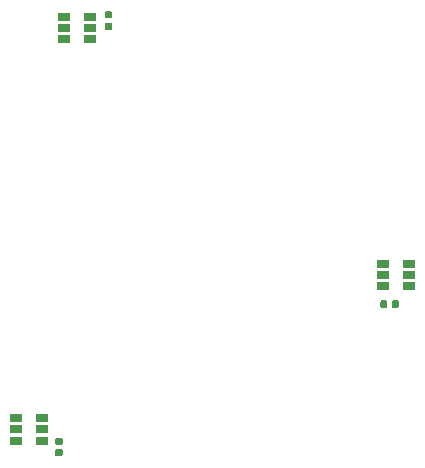
<source format=gbr>
G04 #@! TF.GenerationSoftware,KiCad,Pcbnew,5.0.2-bee76a0~70~ubuntu18.04.1*
G04 #@! TF.CreationDate,2019-08-19T12:56:06+02:00*
G04 #@! TF.ProjectId,roboy_3.0_40mm_ball_sensor,726f626f-795f-4332-9e30-5f34306d6d5f,rev?*
G04 #@! TF.SameCoordinates,Original*
G04 #@! TF.FileFunction,Paste,Top*
G04 #@! TF.FilePolarity,Positive*
%FSLAX46Y46*%
G04 Gerber Fmt 4.6, Leading zero omitted, Abs format (unit mm)*
G04 Created by KiCad (PCBNEW 5.0.2-bee76a0~70~ubuntu18.04.1) date Mo 19 Aug 2019 12:56:06 CEST*
%MOMM*%
%LPD*%
G01*
G04 APERTURE LIST*
%ADD10R,1.060000X0.650000*%
%ADD11C,0.100000*%
%ADD12C,0.590000*%
G04 APERTURE END LIST*
D10*
G04 #@! TO.C,U1*
X181100000Y-102950000D03*
X181100000Y-102000000D03*
X181100000Y-103900000D03*
X178900000Y-103900000D03*
X178900000Y-102950000D03*
X178900000Y-102000000D03*
G04 #@! TD*
G04 #@! TO.C,U2*
X151900000Y-81050000D03*
X151900000Y-82000000D03*
X151900000Y-82950000D03*
X154100000Y-82950000D03*
X154100000Y-81050000D03*
X154100000Y-82000000D03*
G04 #@! TD*
G04 #@! TO.C,U3*
X147900000Y-115050000D03*
X147900000Y-116000000D03*
X147900000Y-116950000D03*
X150100000Y-116950000D03*
X150100000Y-115050000D03*
X150100000Y-116000000D03*
G04 #@! TD*
D11*
G04 #@! TO.C,C1*
G36*
X180146958Y-105080710D02*
X180161276Y-105082834D01*
X180175317Y-105086351D01*
X180188946Y-105091228D01*
X180202031Y-105097417D01*
X180214447Y-105104858D01*
X180226073Y-105113481D01*
X180236798Y-105123202D01*
X180246519Y-105133927D01*
X180255142Y-105145553D01*
X180262583Y-105157969D01*
X180268772Y-105171054D01*
X180273649Y-105184683D01*
X180277166Y-105198724D01*
X180279290Y-105213042D01*
X180280000Y-105227500D01*
X180280000Y-105572500D01*
X180279290Y-105586958D01*
X180277166Y-105601276D01*
X180273649Y-105615317D01*
X180268772Y-105628946D01*
X180262583Y-105642031D01*
X180255142Y-105654447D01*
X180246519Y-105666073D01*
X180236798Y-105676798D01*
X180226073Y-105686519D01*
X180214447Y-105695142D01*
X180202031Y-105702583D01*
X180188946Y-105708772D01*
X180175317Y-105713649D01*
X180161276Y-105717166D01*
X180146958Y-105719290D01*
X180132500Y-105720000D01*
X179837500Y-105720000D01*
X179823042Y-105719290D01*
X179808724Y-105717166D01*
X179794683Y-105713649D01*
X179781054Y-105708772D01*
X179767969Y-105702583D01*
X179755553Y-105695142D01*
X179743927Y-105686519D01*
X179733202Y-105676798D01*
X179723481Y-105666073D01*
X179714858Y-105654447D01*
X179707417Y-105642031D01*
X179701228Y-105628946D01*
X179696351Y-105615317D01*
X179692834Y-105601276D01*
X179690710Y-105586958D01*
X179690000Y-105572500D01*
X179690000Y-105227500D01*
X179690710Y-105213042D01*
X179692834Y-105198724D01*
X179696351Y-105184683D01*
X179701228Y-105171054D01*
X179707417Y-105157969D01*
X179714858Y-105145553D01*
X179723481Y-105133927D01*
X179733202Y-105123202D01*
X179743927Y-105113481D01*
X179755553Y-105104858D01*
X179767969Y-105097417D01*
X179781054Y-105091228D01*
X179794683Y-105086351D01*
X179808724Y-105082834D01*
X179823042Y-105080710D01*
X179837500Y-105080000D01*
X180132500Y-105080000D01*
X180146958Y-105080710D01*
X180146958Y-105080710D01*
G37*
D12*
X179985000Y-105400000D03*
D11*
G36*
X179176958Y-105080710D02*
X179191276Y-105082834D01*
X179205317Y-105086351D01*
X179218946Y-105091228D01*
X179232031Y-105097417D01*
X179244447Y-105104858D01*
X179256073Y-105113481D01*
X179266798Y-105123202D01*
X179276519Y-105133927D01*
X179285142Y-105145553D01*
X179292583Y-105157969D01*
X179298772Y-105171054D01*
X179303649Y-105184683D01*
X179307166Y-105198724D01*
X179309290Y-105213042D01*
X179310000Y-105227500D01*
X179310000Y-105572500D01*
X179309290Y-105586958D01*
X179307166Y-105601276D01*
X179303649Y-105615317D01*
X179298772Y-105628946D01*
X179292583Y-105642031D01*
X179285142Y-105654447D01*
X179276519Y-105666073D01*
X179266798Y-105676798D01*
X179256073Y-105686519D01*
X179244447Y-105695142D01*
X179232031Y-105702583D01*
X179218946Y-105708772D01*
X179205317Y-105713649D01*
X179191276Y-105717166D01*
X179176958Y-105719290D01*
X179162500Y-105720000D01*
X178867500Y-105720000D01*
X178853042Y-105719290D01*
X178838724Y-105717166D01*
X178824683Y-105713649D01*
X178811054Y-105708772D01*
X178797969Y-105702583D01*
X178785553Y-105695142D01*
X178773927Y-105686519D01*
X178763202Y-105676798D01*
X178753481Y-105666073D01*
X178744858Y-105654447D01*
X178737417Y-105642031D01*
X178731228Y-105628946D01*
X178726351Y-105615317D01*
X178722834Y-105601276D01*
X178720710Y-105586958D01*
X178720000Y-105572500D01*
X178720000Y-105227500D01*
X178720710Y-105213042D01*
X178722834Y-105198724D01*
X178726351Y-105184683D01*
X178731228Y-105171054D01*
X178737417Y-105157969D01*
X178744858Y-105145553D01*
X178753481Y-105133927D01*
X178763202Y-105123202D01*
X178773927Y-105113481D01*
X178785553Y-105104858D01*
X178797969Y-105097417D01*
X178811054Y-105091228D01*
X178824683Y-105086351D01*
X178838724Y-105082834D01*
X178853042Y-105080710D01*
X178867500Y-105080000D01*
X179162500Y-105080000D01*
X179176958Y-105080710D01*
X179176958Y-105080710D01*
G37*
D12*
X179015000Y-105400000D03*
G04 #@! TD*
D11*
G04 #@! TO.C,C2*
G36*
X155886958Y-80620710D02*
X155901276Y-80622834D01*
X155915317Y-80626351D01*
X155928946Y-80631228D01*
X155942031Y-80637417D01*
X155954447Y-80644858D01*
X155966073Y-80653481D01*
X155976798Y-80663202D01*
X155986519Y-80673927D01*
X155995142Y-80685553D01*
X156002583Y-80697969D01*
X156008772Y-80711054D01*
X156013649Y-80724683D01*
X156017166Y-80738724D01*
X156019290Y-80753042D01*
X156020000Y-80767500D01*
X156020000Y-81062500D01*
X156019290Y-81076958D01*
X156017166Y-81091276D01*
X156013649Y-81105317D01*
X156008772Y-81118946D01*
X156002583Y-81132031D01*
X155995142Y-81144447D01*
X155986519Y-81156073D01*
X155976798Y-81166798D01*
X155966073Y-81176519D01*
X155954447Y-81185142D01*
X155942031Y-81192583D01*
X155928946Y-81198772D01*
X155915317Y-81203649D01*
X155901276Y-81207166D01*
X155886958Y-81209290D01*
X155872500Y-81210000D01*
X155527500Y-81210000D01*
X155513042Y-81209290D01*
X155498724Y-81207166D01*
X155484683Y-81203649D01*
X155471054Y-81198772D01*
X155457969Y-81192583D01*
X155445553Y-81185142D01*
X155433927Y-81176519D01*
X155423202Y-81166798D01*
X155413481Y-81156073D01*
X155404858Y-81144447D01*
X155397417Y-81132031D01*
X155391228Y-81118946D01*
X155386351Y-81105317D01*
X155382834Y-81091276D01*
X155380710Y-81076958D01*
X155380000Y-81062500D01*
X155380000Y-80767500D01*
X155380710Y-80753042D01*
X155382834Y-80738724D01*
X155386351Y-80724683D01*
X155391228Y-80711054D01*
X155397417Y-80697969D01*
X155404858Y-80685553D01*
X155413481Y-80673927D01*
X155423202Y-80663202D01*
X155433927Y-80653481D01*
X155445553Y-80644858D01*
X155457969Y-80637417D01*
X155471054Y-80631228D01*
X155484683Y-80626351D01*
X155498724Y-80622834D01*
X155513042Y-80620710D01*
X155527500Y-80620000D01*
X155872500Y-80620000D01*
X155886958Y-80620710D01*
X155886958Y-80620710D01*
G37*
D12*
X155700000Y-80915000D03*
D11*
G36*
X155886958Y-81590710D02*
X155901276Y-81592834D01*
X155915317Y-81596351D01*
X155928946Y-81601228D01*
X155942031Y-81607417D01*
X155954447Y-81614858D01*
X155966073Y-81623481D01*
X155976798Y-81633202D01*
X155986519Y-81643927D01*
X155995142Y-81655553D01*
X156002583Y-81667969D01*
X156008772Y-81681054D01*
X156013649Y-81694683D01*
X156017166Y-81708724D01*
X156019290Y-81723042D01*
X156020000Y-81737500D01*
X156020000Y-82032500D01*
X156019290Y-82046958D01*
X156017166Y-82061276D01*
X156013649Y-82075317D01*
X156008772Y-82088946D01*
X156002583Y-82102031D01*
X155995142Y-82114447D01*
X155986519Y-82126073D01*
X155976798Y-82136798D01*
X155966073Y-82146519D01*
X155954447Y-82155142D01*
X155942031Y-82162583D01*
X155928946Y-82168772D01*
X155915317Y-82173649D01*
X155901276Y-82177166D01*
X155886958Y-82179290D01*
X155872500Y-82180000D01*
X155527500Y-82180000D01*
X155513042Y-82179290D01*
X155498724Y-82177166D01*
X155484683Y-82173649D01*
X155471054Y-82168772D01*
X155457969Y-82162583D01*
X155445553Y-82155142D01*
X155433927Y-82146519D01*
X155423202Y-82136798D01*
X155413481Y-82126073D01*
X155404858Y-82114447D01*
X155397417Y-82102031D01*
X155391228Y-82088946D01*
X155386351Y-82075317D01*
X155382834Y-82061276D01*
X155380710Y-82046958D01*
X155380000Y-82032500D01*
X155380000Y-81737500D01*
X155380710Y-81723042D01*
X155382834Y-81708724D01*
X155386351Y-81694683D01*
X155391228Y-81681054D01*
X155397417Y-81667969D01*
X155404858Y-81655553D01*
X155413481Y-81643927D01*
X155423202Y-81633202D01*
X155433927Y-81623481D01*
X155445553Y-81614858D01*
X155457969Y-81607417D01*
X155471054Y-81601228D01*
X155484683Y-81596351D01*
X155498724Y-81592834D01*
X155513042Y-81590710D01*
X155527500Y-81590000D01*
X155872500Y-81590000D01*
X155886958Y-81590710D01*
X155886958Y-81590710D01*
G37*
D12*
X155700000Y-81885000D03*
G04 #@! TD*
D11*
G04 #@! TO.C,C3*
G36*
X151686958Y-117690710D02*
X151701276Y-117692834D01*
X151715317Y-117696351D01*
X151728946Y-117701228D01*
X151742031Y-117707417D01*
X151754447Y-117714858D01*
X151766073Y-117723481D01*
X151776798Y-117733202D01*
X151786519Y-117743927D01*
X151795142Y-117755553D01*
X151802583Y-117767969D01*
X151808772Y-117781054D01*
X151813649Y-117794683D01*
X151817166Y-117808724D01*
X151819290Y-117823042D01*
X151820000Y-117837500D01*
X151820000Y-118132500D01*
X151819290Y-118146958D01*
X151817166Y-118161276D01*
X151813649Y-118175317D01*
X151808772Y-118188946D01*
X151802583Y-118202031D01*
X151795142Y-118214447D01*
X151786519Y-118226073D01*
X151776798Y-118236798D01*
X151766073Y-118246519D01*
X151754447Y-118255142D01*
X151742031Y-118262583D01*
X151728946Y-118268772D01*
X151715317Y-118273649D01*
X151701276Y-118277166D01*
X151686958Y-118279290D01*
X151672500Y-118280000D01*
X151327500Y-118280000D01*
X151313042Y-118279290D01*
X151298724Y-118277166D01*
X151284683Y-118273649D01*
X151271054Y-118268772D01*
X151257969Y-118262583D01*
X151245553Y-118255142D01*
X151233927Y-118246519D01*
X151223202Y-118236798D01*
X151213481Y-118226073D01*
X151204858Y-118214447D01*
X151197417Y-118202031D01*
X151191228Y-118188946D01*
X151186351Y-118175317D01*
X151182834Y-118161276D01*
X151180710Y-118146958D01*
X151180000Y-118132500D01*
X151180000Y-117837500D01*
X151180710Y-117823042D01*
X151182834Y-117808724D01*
X151186351Y-117794683D01*
X151191228Y-117781054D01*
X151197417Y-117767969D01*
X151204858Y-117755553D01*
X151213481Y-117743927D01*
X151223202Y-117733202D01*
X151233927Y-117723481D01*
X151245553Y-117714858D01*
X151257969Y-117707417D01*
X151271054Y-117701228D01*
X151284683Y-117696351D01*
X151298724Y-117692834D01*
X151313042Y-117690710D01*
X151327500Y-117690000D01*
X151672500Y-117690000D01*
X151686958Y-117690710D01*
X151686958Y-117690710D01*
G37*
D12*
X151500000Y-117985000D03*
D11*
G36*
X151686958Y-116720710D02*
X151701276Y-116722834D01*
X151715317Y-116726351D01*
X151728946Y-116731228D01*
X151742031Y-116737417D01*
X151754447Y-116744858D01*
X151766073Y-116753481D01*
X151776798Y-116763202D01*
X151786519Y-116773927D01*
X151795142Y-116785553D01*
X151802583Y-116797969D01*
X151808772Y-116811054D01*
X151813649Y-116824683D01*
X151817166Y-116838724D01*
X151819290Y-116853042D01*
X151820000Y-116867500D01*
X151820000Y-117162500D01*
X151819290Y-117176958D01*
X151817166Y-117191276D01*
X151813649Y-117205317D01*
X151808772Y-117218946D01*
X151802583Y-117232031D01*
X151795142Y-117244447D01*
X151786519Y-117256073D01*
X151776798Y-117266798D01*
X151766073Y-117276519D01*
X151754447Y-117285142D01*
X151742031Y-117292583D01*
X151728946Y-117298772D01*
X151715317Y-117303649D01*
X151701276Y-117307166D01*
X151686958Y-117309290D01*
X151672500Y-117310000D01*
X151327500Y-117310000D01*
X151313042Y-117309290D01*
X151298724Y-117307166D01*
X151284683Y-117303649D01*
X151271054Y-117298772D01*
X151257969Y-117292583D01*
X151245553Y-117285142D01*
X151233927Y-117276519D01*
X151223202Y-117266798D01*
X151213481Y-117256073D01*
X151204858Y-117244447D01*
X151197417Y-117232031D01*
X151191228Y-117218946D01*
X151186351Y-117205317D01*
X151182834Y-117191276D01*
X151180710Y-117176958D01*
X151180000Y-117162500D01*
X151180000Y-116867500D01*
X151180710Y-116853042D01*
X151182834Y-116838724D01*
X151186351Y-116824683D01*
X151191228Y-116811054D01*
X151197417Y-116797969D01*
X151204858Y-116785553D01*
X151213481Y-116773927D01*
X151223202Y-116763202D01*
X151233927Y-116753481D01*
X151245553Y-116744858D01*
X151257969Y-116737417D01*
X151271054Y-116731228D01*
X151284683Y-116726351D01*
X151298724Y-116722834D01*
X151313042Y-116720710D01*
X151327500Y-116720000D01*
X151672500Y-116720000D01*
X151686958Y-116720710D01*
X151686958Y-116720710D01*
G37*
D12*
X151500000Y-117015000D03*
G04 #@! TD*
M02*

</source>
